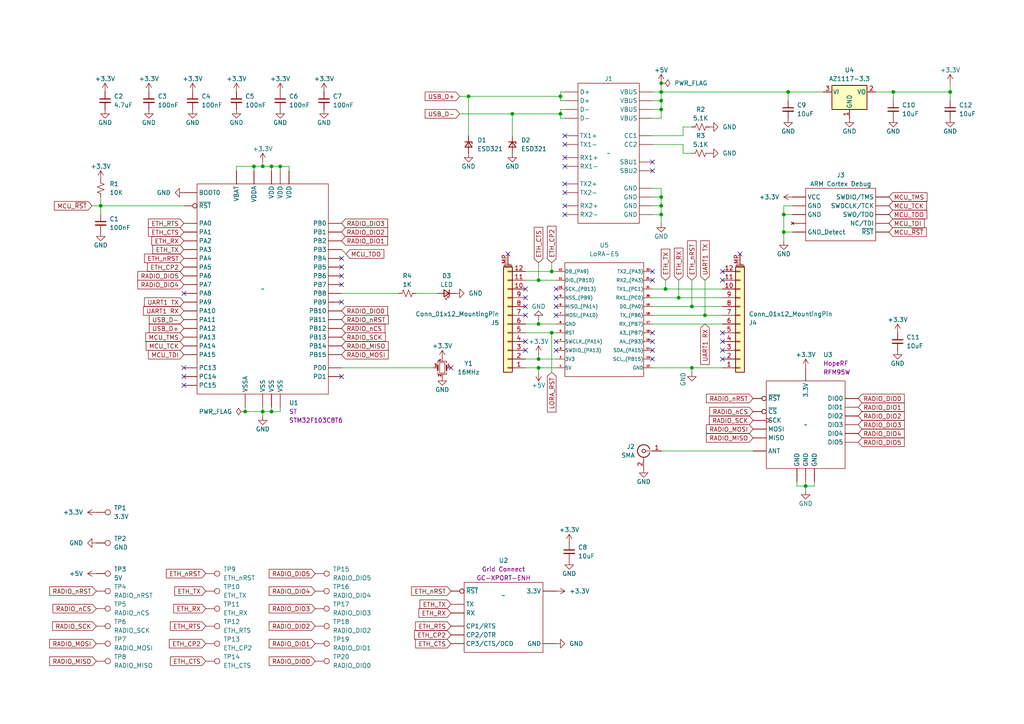
<source format=kicad_sch>
(kicad_sch (version 20250114) (generator "eeschema") (generator_version "9.0")
  (paper "A4")
  (junction (at 191.77 57.15))
  (junction (at 191.77 31.75))
  (junction (at 162.56 27.94))
  (junction (at 156.21 104.14))
  (junction (at 191.77 59.69))
  (junction (at 76.2 119.38))
  (junction (at 259.08 26.67))
  (junction (at 162.56 33.02))
  (junction (at 191.77 24.13))
  (junction (at 200.66 88.9))
  (junction (at 160.02 78.74))
  (junction (at 29.21 59.69))
  (junction (at 193.04 83.82))
  (junction (at 76.2 48.26))
  (junction (at 233.68 140.97))
  (junction (at 148.59 33.02))
  (junction (at 196.85 86.36))
  (junction (at 227.33 62.23))
  (junction (at 228.6 26.67))
  (junction (at 160.02 96.52))
  (junction (at 191.77 29.21))
  (junction (at 71.12 119.38))
  (junction (at 156.21 81.28))
  (junction (at 200.66 106.68))
  (junction (at 204.47 91.44))
  (junction (at 78.74 119.38))
  (junction (at 275.59 26.67))
  (junction (at 135.89 27.94))
  (junction (at 81.28 48.26))
  (junction (at 156.21 93.98))
  (junction (at 191.77 62.23))
  (junction (at 73.66 48.26))
  (junction (at 78.74 48.26))
  (junction (at 156.21 106.68))
  (junction (at 227.33 67.31))
  (junction (at 191.77 26.67))
  (no_connect (at 163.83 62.23))
  (no_connect (at 147.32 73.66))
  (no_connect (at 163.83 59.69))
  (no_connect (at 161.29 88.9))
  (no_connect (at 161.29 99.06))
  (no_connect (at 189.23 81.28))
  (no_connect (at 152.4 83.82))
  (no_connect (at 214.63 73.66))
  (no_connect (at 53.34 106.68))
  (no_connect (at 152.4 88.9))
  (no_connect (at 209.55 99.06))
  (no_connect (at 189.23 49.53))
  (no_connect (at 209.55 101.6))
  (no_connect (at 53.34 109.22))
  (no_connect (at 53.34 85.09))
  (no_connect (at 209.55 96.52))
  (no_connect (at 163.83 53.34))
  (no_connect (at 161.29 91.44))
  (no_connect (at 152.4 86.36))
  (no_connect (at 161.29 101.6))
  (no_connect (at 53.34 111.76))
  (no_connect (at 163.83 55.88))
  (no_connect (at 163.83 48.26))
  (no_connect (at 209.55 81.28))
  (no_connect (at 152.4 101.6))
  (no_connect (at 99.06 109.22))
  (no_connect (at 99.06 82.55))
  (no_connect (at 163.83 45.72))
  (no_connect (at 99.06 87.63))
  (no_connect (at 152.4 91.44))
  (no_connect (at 189.23 101.6))
  (no_connect (at 209.55 104.14))
  (no_connect (at 99.06 77.47))
  (no_connect (at 163.83 39.37))
  (no_connect (at 209.55 78.74))
  (no_connect (at 130.81 106.68))
  (no_connect (at 161.29 83.82))
  (no_connect (at 189.23 78.74))
  (no_connect (at 152.4 99.06))
  (no_connect (at 99.06 80.01))
  (no_connect (at 161.29 86.36))
  (no_connect (at 189.23 96.52))
  (no_connect (at 99.06 74.93))
  (no_connect (at 189.23 46.99))
  (no_connect (at 189.23 104.14))
  (no_connect (at 163.83 41.91))
  (no_connect (at 189.23 99.06))
  (wire (pts (xy 76.2 119.38) (xy 76.2 120.65)))
  (wire (pts (xy 191.77 59.69) (xy 191.77 62.23)))
  (wire (pts (xy 275.59 24.13) (xy 275.59 26.67)))
  (wire (pts (xy 162.56 29.21) (xy 163.83 29.21)))
  (wire (pts (xy 200.66 88.9) (xy 200.66 81.28)))
  (wire (pts (xy 236.22 140.97) (xy 236.22 139.7)))
  (wire (pts (xy 156.21 76.2) (xy 156.21 81.28)))
  (wire (pts (xy 189.23 83.82) (xy 193.04 83.82)))
  (wire (pts (xy 76.2 46.99) (xy 76.2 48.26)))
  (wire (pts (xy 191.77 57.15) (xy 191.77 59.69)))
  (wire (pts (xy 227.33 67.31) (xy 229.87 67.31)))
  (wire (pts (xy 196.85 86.36) (xy 209.55 86.36)))
  (wire (pts (xy 152.4 81.28) (xy 156.21 81.28)))
  (wire (pts (xy 231.14 140.97) (xy 233.68 140.97)))
  (wire (pts (xy 189.23 54.61) (xy 191.77 54.61)))
  (wire (pts (xy 152.4 106.68) (xy 156.21 106.68)))
  (wire (pts (xy 228.6 26.67) (xy 228.6 29.21)))
  (wire (pts (xy 189.23 88.9) (xy 200.66 88.9)))
  (wire (pts (xy 81.28 118.11) (xy 81.28 119.38)))
  (wire (pts (xy 189.23 93.98) (xy 209.55 93.98)))
  (wire (pts (xy 233.68 139.7) (xy 233.68 140.97)))
  (wire (pts (xy 156.21 92.71) (xy 156.21 93.98)))
  (wire (pts (xy 156.21 93.98) (xy 161.29 93.98)))
  (wire (pts (xy 162.56 26.67) (xy 162.56 27.94)))
  (wire (pts (xy 160.02 96.52) (xy 161.29 96.52)))
  (wire (pts (xy 191.77 31.75) (xy 191.77 34.29)))
  (wire (pts (xy 163.83 26.67) (xy 162.56 26.67)))
  (wire (pts (xy 160.02 78.74) (xy 161.29 78.74)))
  (wire (pts (xy 191.77 62.23) (xy 191.77 64.77)))
  (wire (pts (xy 233.68 140.97) (xy 236.22 140.97)))
  (wire (pts (xy 229.87 59.69) (xy 227.33 59.69)))
  (wire (pts (xy 156.21 81.28) (xy 161.29 81.28)))
  (wire (pts (xy 76.2 118.11) (xy 76.2 119.38)))
  (wire (pts (xy 231.14 139.7) (xy 231.14 140.97)))
  (wire (pts (xy 191.77 34.29) (xy 189.23 34.29)))
  (wire (pts (xy 160.02 76.2) (xy 160.02 78.74)))
  (wire (pts (xy 162.56 34.29) (xy 163.83 34.29)))
  (wire (pts (xy 99.06 85.09) (xy 115.57 85.09)))
  (wire (pts (xy 200.66 106.68) (xy 200.66 107.95)))
  (wire (pts (xy 191.77 54.61) (xy 191.77 57.15)))
  (wire (pts (xy 68.58 48.26) (xy 73.66 48.26)))
  (wire (pts (xy 148.59 33.02) (xy 162.56 33.02)))
  (wire (pts (xy 196.85 86.36) (xy 196.85 81.28)))
  (wire (pts (xy 120.65 85.09) (xy 127 85.09)))
  (wire (pts (xy 135.89 27.94) (xy 135.89 39.37)))
  (wire (pts (xy 198.12 36.83) (xy 200.66 36.83)))
  (wire (pts (xy 227.33 62.23) (xy 227.33 67.31)))
  (wire (pts (xy 198.12 41.91) (xy 198.12 44.45)))
  (wire (pts (xy 76.2 48.26) (xy 78.74 48.26)))
  (wire (pts (xy 152.4 93.98) (xy 156.21 93.98)))
  (wire (pts (xy 152.4 96.52) (xy 160.02 96.52)))
  (wire (pts (xy 200.66 88.9) (xy 209.55 88.9)))
  (wire (pts (xy 227.33 67.31) (xy 227.33 69.85)))
  (wire (pts (xy 99.06 106.68) (xy 125.73 106.68)))
  (wire (pts (xy 71.12 118.11) (xy 71.12 119.38)))
  (wire (pts (xy 162.56 27.94) (xy 162.56 29.21)))
  (wire (pts (xy 156.21 106.68) (xy 156.21 107.95)))
  (wire (pts (xy 160.02 107.95) (xy 160.02 96.52)))
  (wire (pts (xy 68.58 49.53) (xy 68.58 48.26)))
  (wire (pts (xy 204.47 81.28) (xy 204.47 91.44)))
  (wire (pts (xy 189.23 59.69) (xy 191.77 59.69)))
  (wire (pts (xy 81.28 48.26) (xy 83.82 48.26)))
  (wire (pts (xy 156.21 106.68) (xy 161.29 106.68)))
  (wire (pts (xy 156.21 104.14) (xy 161.29 104.14)))
  (wire (pts (xy 189.23 57.15) (xy 191.77 57.15)))
  (wire (pts (xy 191.77 130.81) (xy 218.44 130.81)))
  (wire (pts (xy 78.74 118.11) (xy 78.74 119.38)))
  (wire (pts (xy 204.47 91.44) (xy 209.55 91.44)))
  (wire (pts (xy 100.33 73.66) (xy 99.06 72.39)))
  (wire (pts (xy 200.66 106.68) (xy 209.55 106.68)))
  (wire (pts (xy 189.23 39.37) (xy 198.12 39.37)))
  (wire (pts (xy 156.21 102.87) (xy 156.21 104.14)))
  (wire (pts (xy 189.23 62.23) (xy 191.77 62.23)))
  (wire (pts (xy 275.59 26.67) (xy 275.59 29.21)))
  (wire (pts (xy 133.35 33.02) (xy 148.59 33.02)))
  (wire (pts (xy 162.56 31.75) (xy 162.56 33.02)))
  (wire (pts (xy 228.6 26.67) (xy 238.76 26.67)))
  (wire (pts (xy 191.77 26.67) (xy 191.77 29.21)))
  (wire (pts (xy 83.82 48.26) (xy 83.82 49.53)))
  (wire (pts (xy 227.33 59.69) (xy 227.33 62.23)))
  (wire (pts (xy 29.21 59.69) (xy 53.34 59.69)))
  (wire (pts (xy 148.59 33.02) (xy 148.59 39.37)))
  (wire (pts (xy 189.23 29.21) (xy 191.77 29.21)))
  (wire (pts (xy 233.68 140.97) (xy 233.68 142.24)))
  (wire (pts (xy 191.77 26.67) (xy 228.6 26.67)))
  (wire (pts (xy 204.47 91.44) (xy 189.23 91.44)))
  (wire (pts (xy 191.77 29.21) (xy 191.77 31.75)))
  (wire (pts (xy 81.28 48.26) (xy 81.28 49.53)))
  (wire (pts (xy 189.23 86.36) (xy 196.85 86.36)))
  (wire (pts (xy 198.12 39.37) (xy 198.12 36.83)))
  (wire (pts (xy 163.83 31.75) (xy 162.56 31.75)))
  (wire (pts (xy 189.23 41.91) (xy 198.12 41.91)))
  (wire (pts (xy 259.08 26.67) (xy 275.59 26.67)))
  (wire (pts (xy 29.21 59.69) (xy 29.21 62.23)))
  (wire (pts (xy 191.77 24.13) (xy 191.77 26.67)))
  (wire (pts (xy 78.74 119.38) (xy 81.28 119.38)))
  (wire (pts (xy 193.04 83.82) (xy 193.04 81.28)))
  (wire (pts (xy 227.33 62.23) (xy 229.87 62.23)))
  (wire (pts (xy 189.23 26.67) (xy 191.77 26.67)))
  (wire (pts (xy 193.04 83.82) (xy 209.55 83.82)))
  (wire (pts (xy 78.74 48.26) (xy 78.74 49.53)))
  (wire (pts (xy 78.74 48.26) (xy 81.28 48.26)))
  (wire (pts (xy 135.89 27.94) (xy 162.56 27.94)))
  (wire (pts (xy 259.08 26.67) (xy 259.08 29.21)))
  (wire (pts (xy 152.4 78.74) (xy 160.02 78.74)))
  (wire (pts (xy 189.23 31.75) (xy 191.77 31.75)))
  (wire (pts (xy 73.66 48.26) (xy 73.66 49.53)))
  (wire (pts (xy 76.2 119.38) (xy 78.74 119.38)))
  (wire (pts (xy 198.12 44.45) (xy 200.66 44.45)))
  (wire (pts (xy 133.35 27.94) (xy 135.89 27.94)))
  (wire (pts (xy 189.23 106.68) (xy 200.66 106.68)))
  (wire (pts (xy 73.66 48.26) (xy 76.2 48.26)))
  (wire (pts (xy 26.67 59.69) (xy 29.21 59.69)))
  (wire (pts (xy 254 26.67) (xy 259.08 26.67)))
  (wire (pts (xy 29.21 57.15) (xy 29.21 59.69)))
  (wire (pts (xy 152.4 104.14) (xy 156.21 104.14)))
  (wire (pts (xy 71.12 119.38) (xy 76.2 119.38)))
  (wire (pts (xy 162.56 33.02) (xy 162.56 34.29)))
  (global_label "USB_D+" (shape input) (at 133.35 27.94 180) (property "Intersheetrefs" "${INTERSHEET_REFS}" (effects (hide yes))))
  (global_label "ETH_RX" (shape input) (at 53.34 69.85 180) (property "Intersheetrefs" "${INTERSHEET_REFS}" (effects (hide yes))))
  (global_label "RADIO_MISO" (shape input) (at 218.44 127 180) (property "Intersheetrefs" "${INTERSHEET_REFS}" (effects (hide yes))))
  (global_label "ETH_RTS" (shape input) (at 59.69 181.61 180) (property "Intersheetrefs" "${INTERSHEET_REFS}" (effects (hide yes))))
  (global_label "RADIO_DIO4" (shape input) (at 53.34 82.55 180) (property "Intersheetrefs" "${INTERSHEET_REFS}" (effects (hide yes))))
  (global_label "RADIO_DIO0" (shape input) (at 99.06 90.17 0) (property "Intersheetrefs" "${INTERSHEET_REFS}" (effects (hide yes))))
  (global_label "RADIO_DIO3" (shape input) (at 99.06 64.77 0) (property "Intersheetrefs" "${INTERSHEET_REFS}" (effects (hide yes))))
  (global_label "RADIO_DIO0" (shape input) (at 248.92 115.57 0) (property "Intersheetrefs" "${INTERSHEET_REFS}" (effects (hide yes))))
  (global_label "ETH_RX" (shape input) (at 196.85 81.28 90) (property "Intersheetrefs" "${INTERSHEET_REFS}" (effects (hide yes))))
  (global_label "ETH_CP2" (shape input) (at 53.34 77.47 180) (property "Intersheetrefs" "${INTERSHEET_REFS}" (effects (hide yes))))
  (global_label "RADIO_nCS" (shape input) (at 99.06 95.25 0) (property "Intersheetrefs" "${INTERSHEET_REFS}" (effects (hide yes))))
  (global_label "LORA_RST" (shape input) (at 160.02 107.95 270) (property "Intersheetrefs" "${INTERSHEET_REFS}" (effects (hide yes))))
  (global_label "ETH_nRST" (shape input) (at 53.34 74.93 180) (property "Intersheetrefs" "${INTERSHEET_REFS}" (effects (hide yes))))
  (global_label "RADIO_SCK" (shape input) (at 27.94 181.61 180) (property "Intersheetrefs" "${INTERSHEET_REFS}" (effects (hide yes))))
  (global_label "RADIO_DIO5" (shape input) (at 248.92 128.27 0) (property "Intersheetrefs" "${INTERSHEET_REFS}" (effects (hide yes))))
  (global_label "ETH_CTS" (shape input) (at 59.69 191.77 180) (property "Intersheetrefs" "${INTERSHEET_REFS}" (effects (hide yes))))
  (global_label "RADIO_DIO5" (shape input) (at 91.44 166.37 180) (property "Intersheetrefs" "${INTERSHEET_REFS}" (effects (hide yes))))
  (global_label "USB_D-" (shape input) (at 53.34 92.71 180) (property "Intersheetrefs" "${INTERSHEET_REFS}" (effects (hide yes))))
  (global_label "ETH_RTS" (shape input) (at 53.34 64.77 180) (property "Intersheetrefs" "${INTERSHEET_REFS}" (effects (hide yes))))
  (global_label "ETH_RX" (shape input) (at 130.81 177.8 180) (property "Intersheetrefs" "${INTERSHEET_REFS}" (effects (hide yes))))
  (global_label "RADIO_DIO2" (shape input) (at 248.92 120.65 0) (property "Intersheetrefs" "${INTERSHEET_REFS}" (effects (hide yes))))
  (global_label "RADIO_MOSI" (shape input) (at 27.94 186.69 180) (property "Intersheetrefs" "${INTERSHEET_REFS}" (effects (hide yes))))
  (global_label "MCU_TDI" (shape input) (at 53.34 102.87 180) (property "Intersheetrefs" "${INTERSHEET_REFS}" (effects (hide yes))))
  (global_label "RADIO_nRST" (shape input) (at 99.06 92.71 0) (property "Intersheetrefs" "${INTERSHEET_REFS}" (effects (hide yes))))
  (global_label "RADIO_DIO3" (shape input) (at 248.92 123.19 0) (property "Intersheetrefs" "${INTERSHEET_REFS}" (effects (hide yes))))
  (global_label "ETH_TX" (shape input) (at 53.34 72.39 180) (property "Intersheetrefs" "${INTERSHEET_REFS}" (effects (hide yes))))
  (global_label "ETH_nRST" (shape input) (at 130.81 171.45 180) (property "Intersheetrefs" "${INTERSHEET_REFS}" (effects (hide yes))))
  (global_label "ETH_CTS" (shape input) (at 130.81 186.69 180) (property "Intersheetrefs" "${INTERSHEET_REFS}" (effects (hide yes))))
  (global_label "ETH_CTS" (shape input) (at 53.34 67.31 180) (property "Intersheetrefs" "${INTERSHEET_REFS}" (effects (hide yes))))
  (global_label "MCU_TDO" (shape input) (at 100.33 73.66 0) (property "Intersheetrefs" "${INTERSHEET_REFS}" (effects (hide yes))))
  (global_label "ETH_nRST" (shape input) (at 59.69 166.37 180) (property "Intersheetrefs" "${INTERSHEET_REFS}" (effects (hide yes))))
  (global_label "MCU_~{RST}" (shape input) (at 26.67 59.69 180) (property "Intersheetrefs" "${INTERSHEET_REFS}" (effects (hide yes))))
  (global_label "RADIO_DIO3" (shape input) (at 91.44 176.53 180) (property "Intersheetrefs" "${INTERSHEET_REFS}" (effects (hide yes))))
  (global_label "USB_D+" (shape input) (at 53.34 95.25 180) (property "Intersheetrefs" "${INTERSHEET_REFS}" (effects (hide yes))))
  (global_label "MCU_TCK" (shape input) (at 257.81 59.69 0) (property "Intersheetrefs" "${INTERSHEET_REFS}" (effects (hide yes))))
  (global_label "RADIO_nCS" (shape input) (at 218.44 119.38 180) (property "Intersheetrefs" "${INTERSHEET_REFS}" (effects (hide yes))))
  (global_label "RADIO_MISO" (shape input) (at 27.94 191.77 180) (property "Intersheetrefs" "${INTERSHEET_REFS}" (effects (hide yes))))
  (global_label "RADIO_MOSI" (shape input) (at 218.44 124.46 180) (property "Intersheetrefs" "${INTERSHEET_REFS}" (effects (hide yes))))
  (global_label "RADIO_MISO" (shape input) (at 99.06 100.33 0) (property "Intersheetrefs" "${INTERSHEET_REFS}" (effects (hide yes))))
  (global_label "ETH_CP2" (shape input) (at 130.81 184.15 180) (property "Intersheetrefs" "${INTERSHEET_REFS}" (effects (hide yes))))
  (global_label "RADIO_DIO5" (shape input) (at 53.34 80.01 180) (property "Intersheetrefs" "${INTERSHEET_REFS}" (effects (hide yes))))
  (global_label "RADIO_DIO2" (shape input) (at 91.44 181.61 180) (property "Intersheetrefs" "${INTERSHEET_REFS}" (effects (hide yes))))
  (global_label "MCU_TMS" (shape input) (at 257.81 57.15 0) (property "Intersheetrefs" "${INTERSHEET_REFS}" (effects (hide yes))))
  (global_label "ETH_nRST" (shape input) (at 200.66 81.28 90) (property "Intersheetrefs" "${INTERSHEET_REFS}" (effects (hide yes))))
  (global_label "UART1 TX" (shape input) (at 204.47 81.28 90) (property "Intersheetrefs" "${INTERSHEET_REFS}" (effects (hide yes))))
  (global_label "MCU_~{RST}" (shape input) (at 257.81 67.31 0) (property "Intersheetrefs" "${INTERSHEET_REFS}" (effects (hide yes))))
  (global_label "USB_D-" (shape input) (at 133.35 33.02 180) (property "Intersheetrefs" "${INTERSHEET_REFS}" (effects (hide yes))))
  (global_label "RADIO_DIO2" (shape input) (at 99.06 67.31 0) (property "Intersheetrefs" "${INTERSHEET_REFS}" (effects (hide yes))))
  (global_label "ETH_CTS" (shape input) (at 156.21 76.2 90) (property "Intersheetrefs" "${INTERSHEET_REFS}" (effects (hide yes))))
  (global_label "MCU_TDI" (shape input) (at 257.81 64.77 0) (property "Intersheetrefs" "${INTERSHEET_REFS}" (effects (hide yes))))
  (global_label "RADIO_SCK" (shape input) (at 218.44 121.92 180) (property "Intersheetrefs" "${INTERSHEET_REFS}" (effects (hide yes))))
  (global_label "RADIO_MOSI" (shape input) (at 99.06 102.87 0) (property "Intersheetrefs" "${INTERSHEET_REFS}" (effects (hide yes))))
  (global_label "UART1 TX" (shape input) (at 53.34 87.63 180) (property "Intersheetrefs" "${INTERSHEET_REFS}" (effects (hide yes))))
  (global_label "RADIO_nRST" (shape input) (at 218.44 115.57 180) (property "Intersheetrefs" "${INTERSHEET_REFS}" (effects (hide yes))))
  (global_label "MCU_TCK" (shape input) (at 53.34 100.33 180) (property "Intersheetrefs" "${INTERSHEET_REFS}" (effects (hide yes))))
  (global_label "ETH_RTS" (shape input) (at 130.81 181.61 180) (property "Intersheetrefs" "${INTERSHEET_REFS}" (effects (hide yes))))
  (global_label "RADIO_DIO0" (shape input) (at 91.44 191.77 180) (property "Intersheetrefs" "${INTERSHEET_REFS}" (effects (hide yes))))
  (global_label "UART1 RX" (shape input) (at 53.34 90.17 180) (property "Intersheetrefs" "${INTERSHEET_REFS}" (effects (hide yes))))
  (global_label "RADIO_DIO4" (shape input) (at 91.44 171.45 180) (property "Intersheetrefs" "${INTERSHEET_REFS}" (effects (hide yes))))
  (global_label "RADIO_DIO1" (shape input) (at 91.44 186.69 180) (property "Intersheetrefs" "${INTERSHEET_REFS}" (effects (hide yes))))
  (global_label "ETH_CP2" (shape input) (at 160.02 76.2 90) (property "Intersheetrefs" "${INTERSHEET_REFS}" (effects (hide yes))))
  (global_label "RADIO_SCK" (shape input) (at 99.06 97.79 0) (property "Intersheetrefs" "${INTERSHEET_REFS}" (effects (hide yes))))
  (global_label "MCU_TDO" (shape input) (at 257.81 62.23 0) (property "Intersheetrefs" "${INTERSHEET_REFS}" (effects (hide yes))))
  (global_label "RADIO_DIO1" (shape input) (at 248.92 118.11 0) (property "Intersheetrefs" "${INTERSHEET_REFS}" (effects (hide yes))))
  (global_label "RADIO_DIO4" (shape input) (at 248.92 125.73 0) (property "Intersheetrefs" "${INTERSHEET_REFS}" (effects (hide yes))))
  (global_label "MCU_TMS" (shape input) (at 53.34 97.79 180) (property "Intersheetrefs" "${INTERSHEET_REFS}" (effects (hide yes))))
  (global_label "RADIO_nCS" (shape input) (at 27.94 176.53 180) (property "Intersheetrefs" "${INTERSHEET_REFS}" (effects (hide yes))))
  (global_label "ETH_TX" (shape input) (at 193.04 81.28 90) (property "Intersheetrefs" "${INTERSHEET_REFS}" (effects (hide yes))))
  (global_label "RADIO_nRST" (shape input) (at 27.94 171.45 180) (property "Intersheetrefs" "${INTERSHEET_REFS}" (effects (hide yes))))
  (global_label "ETH_TX" (shape input) (at 130.81 175.26 180) (property "Intersheetrefs" "${INTERSHEET_REFS}" (effects (hide yes))))
  (global_label "ETH_CP2" (shape input) (at 59.69 186.69 180) (property "Intersheetrefs" "${INTERSHEET_REFS}" (effects (hide yes))))
  (global_label "ETH_TX" (shape input) (at 59.69 171.45 180) (property "Intersheetrefs" "${INTERSHEET_REFS}" (effects (hide yes))))
  (global_label "UART1 RX" (shape input) (at 204.47 93.98 270) (property "Intersheetrefs" "${INTERSHEET_REFS}" (effects (hide yes))))
  (global_label "ETH_RX" (shape input) (at 59.69 176.53 180) (property "Intersheetrefs" "${INTERSHEET_REFS}" (effects (hide yes))))
  (global_label "RADIO_DIO1" (shape input) (at 99.06 69.85 0) (property "Intersheetrefs" "${INTERSHEET_REFS}" (effects (hide yes))))
  (symbol (lib_id "Device:C_Small") (at 93.98 29.21 0) (unit 1)
    (property "Reference" "C7" (at 96.52 27.94 0) (effects (justify left)))
    (property "Value" "100nF" (at 96.52 30.4863 0) (effects (justify left)))
    (property "Footprint" "Capacitor_SMD:C_0603_1608Metric" (effects (hide yes)))
    (property "Description" "Unpolarized capacitor, small symbol" (effects (hide yes)))
    (property "Manufacturer" "Generic" (effects (hide yes)))
    (property "Part #" "Generic 0603 100nF 6.3V X7R MLCC" (effects (hide yes)))
  )
  (symbol (lib_id "power:GND") (at 132.08 85.09 90) (unit 1)
    (property "Reference" "#PWR045" (effects (hide yes)))
    (property "Value" "GND" (at 135.89 85.09 90) (effects (justify right)))
    (property "Description" "Power symbol creates a global label with name \"GND\" , ground" (effects (hide yes)))
  )
  (symbol (lib_id "power:+3.3V") (at 76.2 46.99 0) (unit 1)
    (property "Reference" "#PWR014" (effects (hide yes)))
    (property "Value" "+3.3V" (at 76.2 43.18 0))
    (property "Description" "Power symbol creates a global label with name \"+3.3V\"" (effects (hide yes)))
  )
  (symbol (lib_id "Device:C_Small") (at 68.58 29.21 0) (unit 1)
    (property "Reference" "C5" (at 71.12 27.94 0) (effects (justify left)))
    (property "Value" "100nF" (at 71.12 30.4863 0) (effects (justify left)))
    (property "Footprint" "Capacitor_SMD:C_0603_1608Metric" (effects (hide yes)))
    (property "Description" "Unpolarized capacitor, small symbol" (effects (hide yes)))
    (property "Manufacturer" "Generic" (effects (hide yes)))
    (property "Part #" "Generic 0603 100nF 6.3V X7R MLCC" (effects (hide yes)))
  )
  (symbol (lib_id "Connector_Generic_MountingPin:Conn_01x12_MountingPin") (at 214.63 93.98 0) (mirror x) (unit 1)
    (property "Reference" "J4" (at 217.17 93.6245 0) (effects (justify left)))
    (property "Value" "Conn_01x12_MountingPin" (at 217.17 91.0845 0) (effects (justify left)))
    (property "Description" "Generic connectable mounting pin connector, single row, 01x12, script generated (kicad-library-utils/schlib/autogen/connector/)" (effects (hide yes)))
  )
  (symbol (lib_id "power:+3.3V") (at 81.28 26.67 0) (unit 1)
    (property "Reference" "#PWR016" (effects (hide yes)))
    (property "Value" "+3.3V" (at 81.28 22.86 0))
    (property "Description" "Power symbol creates a global label with name \"+3.3V\"" (effects (hide yes)))
  )
  (symbol (lib_id "power:GND") (at 200.66 107.95 0) (unit 1)
    (property "Reference" "#PWR048" (effects (hide yes)))
    (property "Value" "GND" (at 198.12 107.95 90) (effects (justify right)))
    (property "Description" "Power symbol creates a global label with name \"GND\" , ground" (effects (hide yes)))
  )
  (symbol (lib_id "power:GND") (at 156.21 92.71 180) (unit 1)
    (property "Reference" "#PWR047" (effects (hide yes)))
    (property "Value" "GND" (at 156.21 88.9 0))
    (property "Description" "Power symbol creates a global label with name \"GND\" , ground" (effects (hide yes)))
  )
  (symbol (lib_id "power:GND") (at 275.59 34.29 0) (unit 1)
    (property "Reference" "#PWR042" (effects (hide yes)))
    (property "Value" "GND" (at 275.59 38.1 0))
    (property "Description" "Power symbol creates a global label with name \"GND\" , ground" (effects (hide yes)))
  )
  (symbol (lib_id "Connector:TestPoint") (at 27.94 171.45 270) (unit 1)
    (property "Reference" "TP4" (at 33.02 170.18 90) (effects (justify left)))
    (property "Value" "RADIO_nRST" (at 33.02 172.72 90) (effects (justify left)))
    (property "Footprint" "TestPoint:TestPoint_Pad_D1.0mm" (effects (hide yes)))
    (property "Description" "test point" (effects (hide yes)))
  )
  (symbol (lib_id "Device:C_Small") (at 275.59 31.75 0) (unit 1)
    (property "Reference" "C12" (at 278.13 30.48 0) (effects (justify left)))
    (property "Value" "10uF" (at 278.13 33.0263 0) (effects (justify left)))
    (property "Footprint" "Capacitor_SMD:C_0603_1608Metric" (effects (hide yes)))
    (property "Description" "Unpolarized capacitor, small symbol" (effects (hide yes)))
    (property "Manufacturer" "Generic" (effects (hide yes)))
    (property "Part #" "Generic 0603 10uF 6.3V X7R MLCC" (effects (hide yes)))
  )
  (symbol (lib_id "Regulator_Linear:AZ1117-3.3") (at 246.38 26.67 0) (unit 1)
    (property "Reference" "U4" (at 246.38 20.32 0))
    (property "Value" "AZ1117-3.3" (at 246.38 22.86 0))
    (property "Footprint" "Package_TO_SOT_SMD:SOT-223-3_TabPin2" (effects (hide yes)))
    (property "Datasheet" "https://www.diodes.com/assets/Datasheets/AZ1117.pdf" (effects (hide yes)))
    (property "Description" "1A 20V Fixed LDO Linear Regulator, 3.3V, SOT-89/SOT-223/TO-220/TO-252/TO-263" (effects (hide yes)))
    (property "Manufacturer" "Diodes" (effects (hide yes)))
    (property "Part #" "AZ1117IH-3.3TRG1" (effects (hide yes)))
  )
  (symbol (lib_id "Device:C_Small") (at 260.35 99.06 0) (unit 1)
    (property "Reference" "C11" (at 262.89 97.79 0) (effects (justify left)))
    (property "Value" "10uF" (at 262.89 100.3363 0) (effects (justify left)))
    (property "Footprint" "Capacitor_SMD:C_0603_1608Metric" (effects (hide yes)))
    (property "Description" "Unpolarized capacitor, small symbol" (effects (hide yes)))
    (property "Manufacturer" "Generic" (effects (hide yes)))
    (property "Part #" "Generic 0603 10uF 6.3V X7R MLCC" (effects (hide yes)))
  )
  (symbol (lib_id "power:+3.3V") (at 93.98 26.67 0) (unit 1)
    (property "Reference" "#PWR018" (effects (hide yes)))
    (property "Value" "+3.3V" (at 93.98 22.86 0))
    (property "Description" "Power symbol creates a global label with name \"+3.3V\"" (effects (hide yes)))
  )
  (symbol (lib_id "Connector:TestPoint") (at 59.69 186.69 270) (unit 1)
    (property "Reference" "TP13" (at 64.77 185.42 90) (effects (justify left)))
    (property "Value" "ETH_CP2" (at 64.77 187.96 90) (effects (justify left)))
    (property "Footprint" "TestPoint:TestPoint_Pad_D1.0mm" (effects (hide yes)))
    (property "Description" "test point" (effects (hide yes)))
  )
  (symbol (lib_id "Device:R_Small_US") (at 203.2 36.83 90) (unit 1)
    (property "Reference" "R2" (at 203.2 31.75 90))
    (property "Value" "5.1K" (at 203.2 34.29 90))
    (property "Footprint" "Resistor_SMD:R_0603_1608Metric" (effects (hide yes)))
    (property "Description" "Resistor, small US symbol" (effects (hide yes)))
    (property "Part #" "Generic 0603 5.1K 1% Resistor" (effects (hide yes)))
    (property "Manufacturer" "Generic" (effects (hide yes)))
  )
  (symbol (lib_id "power:GND") (at 81.28 31.75 0) (unit 1)
    (property "Reference" "#PWR017" (effects (hide yes)))
    (property "Value" "GND" (at 81.28 35.56 0))
    (property "Description" "Power symbol creates a global label with name \"GND\" , ground" (effects (hide yes)))
  )
  (symbol (lib_id "Connector:TestPoint") (at 91.44 171.45 270) (unit 1)
    (property "Reference" "TP16" (at 96.52 170.18 90) (effects (justify left)))
    (property "Value" "RADIO_DIO4" (at 96.52 172.72 90) (effects (justify left)))
    (property "Footprint" "TestPoint:TestPoint_Pad_D1.0mm" (effects (hide yes)))
    (property "Description" "test point" (effects (hide yes)))
  )
  (symbol (lib_id "power:+5V") (at 27.94 166.37 90) (unit 1)
    (property "Reference" "#PWR044" (effects (hide yes)))
    (property "Value" "+5V" (at 24.13 166.37 90) (effects (justify left)))
    (property "Description" "Power symbol creates a global label with name \"+5V\"" (effects (hide yes)))
  )
  (symbol (lib_id "Device:LED_Small") (at 129.54 85.09 180) (unit 1)
    (property "Reference" "D3" (at 129.54 80.01 0))
    (property "Value" "LED" (at 129.54 82.55 0))
    (property "Footprint" "Diode_SMD:D_0603_1608Metric" (effects (hide yes)))
    (property "Description" "Light emitting diode, small symbol" (effects (hide yes)))
    (property "Manufacturer" "Generic" (effects (hide yes)))
    (property "Part #" "Generic 0603 Red LED" (effects (hide yes)))
    (property "Sim.Pin" "1=K 2=A" (effects (hide yes)))
  )
  (symbol (lib_id "power:+3.3V") (at 233.68 106.68 0) (unit 1)
    (property "Reference" "#PWR035" (effects (hide yes)))
    (property "Value" "+3.3V" (at 233.68 102.87 0))
    (property "Description" "Power symbol creates a global label with name \"+3.3V\"" (effects (hide yes)))
  )
  (symbol (lib_id "Connector:TestPoint") (at 59.69 181.61 270) (unit 1)
    (property "Reference" "TP12" (at 64.77 180.34 90) (effects (justify left)))
    (property "Value" "ETH_RTS" (at 64.77 182.88 90) (effects (justify left)))
    (property "Footprint" "TestPoint:TestPoint_Pad_D1.0mm" (effects (hide yes)))
    (property "Description" "test point" (effects (hide yes)))
  )
  (symbol (lib_id "power:+3.3V") (at 161.29 171.45 270) (unit 1)
    (property "Reference" "#PWR024" (effects (hide yes)))
    (property "Value" "+3.3V" (at 165.1 171.45 90) (effects (justify left)))
    (property "Description" "Power symbol creates a global label with name \"+3.3V\"" (effects (hide yes)))
  )
  (symbol (lib_id "power:+3.3V") (at 275.59 24.13 0) (unit 1)
    (property "Reference" "#PWR041" (effects (hide yes)))
    (property "Value" "+3.3V" (at 275.59 20.32 0))
    (property "Description" "Power symbol creates a global label with name \"+3.3V\"" (effects (hide yes)))
  )
  (symbol (lib_id "power:GND") (at 29.21 67.31 0) (unit 1)
    (property "Reference" "#PWR04" (effects (hide yes)))
    (property "Value" "GND" (at 29.21 71.12 0))
    (property "Description" "Power symbol creates a global label with name \"GND\" , ground" (effects (hide yes)))
  )
  (symbol (lib_id "power:GND") (at 259.08 34.29 0) (unit 1)
    (property "Reference" "#PWR038" (effects (hide yes)))
    (property "Value" "GND" (at 259.08 38.1 0))
    (property "Description" "Power symbol creates a global label with name \"GND\" , ground" (effects (hide yes)))
  )
  (symbol (lib_id "power:+3.3V") (at 229.87 57.15 90) (unit 1)
    (property "Reference" "#PWR034" (effects (hide yes)))
    (property "Value" "+3.3V" (at 226.06 57.15 90) (effects (justify left)))
    (property "Description" "Power symbol creates a global label with name \"+3.3V\"" (effects (hide yes)))
  )
  (symbol (lib_id "power:GND") (at 246.38 34.29 0) (unit 1)
    (property "Reference" "#PWR037" (effects (hide yes)))
    (property "Value" "GND" (at 246.38 38.1 0))
    (property "Description" "Power symbol creates a global label with name \"GND\" , ground" (effects (hide yes)))
  )
  (symbol (lib_id "Device:Crystal_GND24_Small") (at 128.27 106.68 0) (mirror y) (unit 1)
    (property "Reference" "Y1" (at 135.89 105.41 0))
    (property "Value" "16MHz" (at 135.89 107.95 0))
    (property "Footprint" "Crystal:Crystal_SMD_2520-4Pin_2.5x2.0mm" (effects (hide yes)))
    (property "Description" "Four pin crystal, GND on pins 2 and 4, small symbol" (effects (hide yes)))
    (property "Manufacturer" "ECS" (effects (hide yes)))
    (property "Part #" "ECS-2520MV-160-CN" (effects (hide yes)))
  )
  (symbol (lib_id "power:GND") (at 205.74 36.83 90) (unit 1)
    (property "Reference" "#PWR030" (effects (hide yes)))
    (property "Value" "GND" (at 209.55 36.83 90) (effects (justify right)))
    (property "Description" "Power symbol creates a global label with name \"GND\" , ground" (effects (hide yes)))
  )
  (symbol (lib_id "Device:C_Small") (at 81.28 29.21 0) (unit 1)
    (property "Reference" "C6" (at 83.82 27.94 0) (effects (justify left)))
    (property "Value" "100nF" (at 83.82 30.4863 0) (effects (justify left)))
    (property "Footprint" "Capacitor_SMD:C_0603_1608Metric" (effects (hide yes)))
    (property "Description" "Unpolarized capacitor, small symbol" (effects (hide yes)))
    (property "Manufacturer" "Generic" (effects (hide yes)))
    (property "Part #" "Generic 0603 100nF 6.3V X7R MLCC" (effects (hide yes)))
  )
  (symbol (lib_id "Connector:TestPoint") (at 59.69 171.45 270) (unit 1)
    (property "Reference" "TP10" (at 64.77 170.18 90) (effects (justify left)))
    (property "Value" "ETH_TX" (at 64.77 172.72 90) (effects (justify left)))
    (property "Footprint" "TestPoint:TestPoint_Pad_D1.0mm" (effects (hide yes)))
    (property "Description" "test point" (effects (hide yes)))
  )
  (symbol (lib_id "power:+5V") (at 156.21 107.95 180) (unit 1)
    (property "Reference" "#PWR049" (effects (hide yes)))
    (property "Value" "+5V" (at 156.21 111.76 0))
    (property "Description" "Power symbol creates a global label with name \"+5V\"" (effects (hide yes)))
  )
  (symbol (lib_id "power:GND") (at 148.59 44.45 0) (unit 1)
    (property "Reference" "#PWR023" (effects (hide yes)))
    (property "Value" "GND" (at 148.59 48.26 0))
    (property "Description" "Power symbol creates a global label with name \"GND\" , ground" (effects (hide yes)))
  )
  (symbol (lib_id "UCIRP-KiCAD-Lib:GC-XPORT") (at 146.05 179.07 0) (unit 1)
    (property "Reference" "U2" (at 146.05 162.56 0))
    (property "Value" "~" (at 146.05 172.72 0))
    (property "Footprint" "UCIRP-KiCAD-Lib:GC-XPORT" (effects (hide yes)))
    (property "Datasheet" "https://gridconnect.box.com/shared/static/bu8k99agcgg8gspnja0ca8w7647gfghh.pdf" (effects (hide yes)))
    (property "Manufacturer" "Grid Connect" (at 146.05 165.1 0))
    (property "Part #" "GC-XPORT-ENH" (at 146.05 167.64 0))
  )
  (symbol (lib_id "Connector:TestPoint") (at 59.69 176.53 270) (unit 1)
    (property "Reference" "TP11" (at 64.77 175.26 90) (effects (justify left)))
    (property "Value" "ETH_RX" (at 64.77 177.8 90) (effects (justify left)))
    (property "Footprint" "TestPoint:TestPoint_Pad_D1.0mm" (effects (hide yes)))
    (property "Description" "test point" (effects (hide yes)))
  )
  (symbol (lib_id "power:GND") (at 128.27 109.22 0) (unit 1)
    (property "Reference" "#PWR021" (effects (hide yes)))
    (property "Value" "GND" (at 128.27 113.03 0))
    (property "Description" "Power symbol creates a global label with name \"GND\" , ground" (effects (hide yes)))
  )
  (symbol (lib_id "power:+3.3V") (at 27.94 148.59 90) (unit 1)
    (property "Reference" "#PWR01" (effects (hide yes)))
    (property "Value" "+3.3V" (at 24.13 148.59 90) (effects (justify left)))
    (property "Description" "Power symbol creates a global label with name \"+3.3V\"" (effects (hide yes)))
  )
  (symbol (lib_id "UCIRP-KiCAD-Lib:RFM95W") (at 233.68 123.19 0) (unit 1)
    (property "Reference" "U3" (at 238.76 102.87 0) (effects (justify left)))
    (property "Value" "~" (at 233.68 123.19 0))
    (property "Footprint" "UCIRP-KiCAD-Lib:RFM95W" (effects (hide yes)))
    (property "Datasheet" "https://cdn.sparkfun.com/assets/learn_tutorials/8/0/4/RFM95_96_97_98W.pdf" (effects (hide yes)))
    (property "Manufacturer" "HopeRF" (at 238.76 105.41 0) (effects (justify left)))
    (property "Part #" "RFM95W" (at 238.76 107.95 0) (effects (justify left)))
  )
  (symbol (lib_id "power:GND") (at 30.48 31.75 0) (unit 1)
    (property "Reference" "#PWR06" (effects (hide yes)))
    (property "Value" "GND" (at 30.48 35.56 0))
    (property "Description" "Power symbol creates a global label with name \"GND\" , ground" (effects (hide yes)))
  )
  (symbol (lib_id "UCIRP-KiCAD-Lib:STM32F103C8T6") (at 76.2 83.82 0) (unit 1)
    (property "Reference" "U1" (at 83.82 116.84 0) (effects (justify left)))
    (property "Value" "~" (at 76.2 83.82 0))
    (property "Footprint" "Package_QFP:LQFP-48_7x7mm_P0.5mm" (effects (hide yes)))
    (property "Datasheet" "https://www.st.com/resource/en/datasheet/stm32f103cb.pdf" (effects (hide yes)))
    (property "Manufacturer" "ST" (at 83.82 119.38 0) (effects (justify left)))
    (property "Part #" "STM32F103C8T6" (at 83.82 121.92 0) (effects (justify left)))
  )
  (symbol (lib_id "Connector:TestPoint") (at 91.44 191.77 270) (unit 1)
    (property "Reference" "TP20" (at 96.52 190.5 90) (effects (justify left)))
    (property "Value" "RADIO_DIO0" (at 96.52 193.04 90) (effects (justify left)))
    (property "Footprint" "TestPoint:TestPoint_Pad_D1.0mm" (effects (hide yes)))
    (property "Description" "test point" (effects (hide yes)))
  )
  (symbol (lib_id "power:GND") (at 27.94 157.48 270) (unit 1)
    (property "Reference" "#PWR02" (effects (hide yes)))
    (property "Value" "GND" (at 24.13 157.48 90) (effects (justify right)))
    (property "Description" "Power symbol creates a global label with name \"GND\" , ground" (effects (hide yes)))
  )
  (symbol (lib_id "Connector:TestPoint") (at 27.94 181.61 270) (unit 1)
    (property "Reference" "TP6" (at 33.02 180.34 90) (effects (justify left)))
    (property "Value" "RADIO_SCK" (at 33.02 182.88 90) (effects (justify left)))
    (property "Footprint" "TestPoint:TestPoint_Pad_D1.0mm" (effects (hide yes)))
    (property "Description" "test point" (effects (hide yes)))
  )
  (symbol (lib_id "Connector:TestPoint") (at 91.44 166.37 270) (unit 1)
    (property "Reference" "TP15" (at 96.52 165.1 90) (effects (justify left)))
    (property "Value" "RADIO_DIO5" (at 96.52 167.64 90) (effects (justify left)))
    (property "Footprint" "TestPoint:TestPoint_Pad_D1.0mm" (effects (hide yes)))
    (property "Description" "test point" (effects (hide yes)))
  )
  (symbol (lib_id "Device:R_Small_US") (at 118.11 85.09 90) (unit 1)
    (property "Reference" "R4" (at 118.11 80.01 90))
    (property "Value" "1K" (at 118.11 82.55 90))
    (property "Footprint" "Resistor_SMD:R_0603_1608Metric" (effects (hide yes)))
    (property "Description" "Resistor, small US symbol" (effects (hide yes)))
    (property "Part #" "Generic 0603 1K 1% Resistor" (effects (hide yes)))
    (property "Manufacturer" "Generic" (effects (hide yes)))
  )
  (symbol (lib_id "Connector:TestPoint") (at 27.94 176.53 270) (unit 1)
    (property "Reference" "TP5" (at 33.02 175.26 90) (effects (justify left)))
    (property "Value" "RADIO_nCS" (at 33.02 177.8 90) (effects (justify left)))
    (property "Footprint" "TestPoint:TestPoint_Pad_D1.0mm" (effects (hide yes)))
    (property "Description" "test point" (effects (hide yes)))
  )
  (symbol (lib_id "Connector:TestPoint") (at 91.44 181.61 270) (unit 1)
    (property "Reference" "TP18" (at 96.52 180.34 90) (effects (justify left)))
    (property "Value" "RADIO_DIO2" (at 96.52 182.88 90) (effects (justify left)))
    (property "Footprint" "TestPoint:TestPoint_Pad_D1.0mm" (effects (hide yes)))
    (property "Description" "test point" (effects (hide yes)))
  )
  (symbol (lib_id "power:GND") (at 186.69 135.89 0) (unit 1)
    (property "Reference" "#PWR028" (effects (hide yes)))
    (property "Value" "GND" (at 186.69 139.7 0))
    (property "Description" "Power symbol creates a global label with name \"GND\" , ground" (effects (hide yes)))
  )
  (symbol (lib_id "power:GND") (at 260.35 101.6 0) (unit 1)
    (property "Reference" "#PWR040" (effects (hide yes)))
    (property "Value" "GND" (at 260.35 105.41 0))
    (property "Description" "Power symbol creates a global label with name \"GND\" , ground" (effects (hide yes)))
  )
  (symbol (lib_id "power:+3.3V") (at 260.35 96.52 0) (unit 1)
    (property "Reference" "#PWR039" (effects (hide yes)))
    (property "Value" "+3.3V" (at 260.35 92.71 0))
    (property "Description" "Power symbol creates a global label with name \"+3.3V\"" (effects (hide yes)))
  )
  (symbol (lib_id "Device:C_Small") (at 165.1 160.02 0) (unit 1)
    (property "Reference" "C8" (at 167.64 158.75 0) (effects (justify left)))
    (property "Value" "10uF" (at 167.64 161.2963 0) (effects (justify left)))
    (property "Footprint" "Capacitor_SMD:C_0603_1608Metric" (effects (hide yes)))
    (property "Description" "Unpolarized capacitor, small symbol" (effects (hide yes)))
    (property "Manufacturer" "Generic" (effects (hide yes)))
    (property "Part #" "Generic 0603 10uF 6.3V X7R MLCC" (effects (hide yes)))
  )
  (symbol (lib_id "Connector:TestPoint") (at 27.94 166.37 270) (unit 1)
    (property "Reference" "TP3" (at 33.02 165.1 90) (effects (justify left)))
    (property "Value" "5V" (at 33.02 167.64 90) (effects (justify left)))
    (property "Footprint" "TestPoint:TestPoint_Pad_D1.0mm" (effects (hide yes)))
    (property "Description" "test point" (effects (hide yes)))
  )
  (symbol (lib_id "power:GND") (at 165.1 162.56 0) (unit 1)
    (property "Reference" "#PWR027" (effects (hide yes)))
    (property "Value" "GND" (at 165.1 166.37 0))
    (property "Description" "Power symbol creates a global label with name \"GND\" , ground" (effects (hide yes)))
  )
  (symbol (lib_id "Connector:TestPoint") (at 27.94 191.77 270) (unit 1)
    (property "Reference" "TP8" (at 33.02 190.5 90) (effects (justify left)))
    (property "Value" "RADIO_MISO" (at 33.02 193.04 90) (effects (justify left)))
    (property "Footprint" "TestPoint:TestPoint_Pad_D1.0mm" (effects (hide yes)))
    (property "Description" "test point" (effects (hide yes)))
  )
  (symbol (lib_id "power:GND") (at 228.6 34.29 0) (unit 1)
    (property "Reference" "#PWR033" (effects (hide yes)))
    (property "Value" "GND" (at 228.6 38.1 0))
    (property "Description" "Power symbol creates a global label with name \"GND\" , ground" (effects (hide yes)))
  )
  (symbol (lib_id "Connector_Generic_MountingPin:Conn_01x12_MountingPin") (at 147.32 93.98 180) (unit 1)
    (property "Reference" "J5" (at 144.78 93.6245 0) (effects (justify left)))
    (property "Value" "Conn_01x12_MountingPin" (at 144.78 91.0845 0) (effects (justify left)))
    (property "Description" "Generic connectable mounting pin connector, single row, 01x12, script generated (kicad-library-utils/schlib/autogen/connector/)" (effects (hide yes)))
  )
  (symbol (lib_id "Device:R_Small_US") (at 203.2 44.45 90) (unit 1)
    (property "Reference" "R3" (at 203.2 39.37 90))
    (property "Value" "5.1K" (at 203.2 41.91 90))
    (property "Footprint" "Resistor_SMD:R_0603_1608Metric" (effects (hide yes)))
    (property "Description" "Resistor, small US symbol" (effects (hide yes)))
    (property "Part #" "Generic 0603 5.1K 1% Resistor" (effects (hide yes)))
    (property "Manufacturer" "Generic" (effects (hide yes)))
  )
  (symbol (lib_id "Connector:Conn_Coaxial") (at 186.69 130.81 0) (mirror y) (unit 1)
    (property "Reference" "J2" (at 184.15 129.54 0) (effects (justify left)))
    (property "Value" "SMA" (at 184.15 132.08 0) (effects (justify left)))
    (property "Footprint" "Connector_Coaxial:SMA_Molex_73251-2200_Horizontal" (effects (hide yes)))
    (property "Description" "coaxial connector (BNC, SMA, SMB, SMC, Cinch/RCA, LEMO, ...)" (effects (hide yes)))
    (property "Manufacturer" "Molex" (effects (hide yes)))
    (property "Part #" "732512200" (effects (hide yes)))
  )
  (symbol (lib_id "Connector:TestPoint") (at 27.94 148.59 270) (unit 1)
    (property "Reference" "TP1" (at 33.02 147.32 90) (effects (justify left)))
    (property "Value" "3.3V" (at 33.02 149.86 90) (effects (justify left)))
    (property "Footprint" "TestPoint:TestPoint_Pad_D1.0mm" (effects (hide yes)))
    (property "Description" "test point" (effects (hide yes)))
  )
  (symbol (lib_id "power:GND") (at 135.89 44.45 0) (unit 1)
    (property "Reference" "#PWR022" (effects (hide yes)))
    (property "Value" "GND" (at 135.89 48.26 0))
    (property "Description" "Power symbol creates a global label with name \"GND\" , ground" (effects (hide yes)))
  )
  (symbol (lib_id "power:+3.3V") (at 29.21 52.07 0) (unit 1)
    (property "Reference" "#PWR03" (effects (hide yes)))
    (property "Value" "+3.3V" (at 29.21 48.26 0))
    (property "Description" "Power symbol creates a global label with name \"+3.3V\"" (effects (hide yes)))
  )
  (symbol (lib_id "power:GND") (at 93.98 31.75 0) (unit 1)
    (property "Reference" "#PWR019" (effects (hide yes)))
    (property "Value" "GND" (at 93.98 35.56 0))
    (property "Description" "Power symbol creates a global label with name \"GND\" , ground" (effects (hide yes)))
  )
  (symbol (lib_id "power:GND") (at 55.88 31.75 0) (unit 1)
    (property "Reference" "#PWR011" (effects (hide yes)))
    (property "Value" "GND" (at 55.88 35.56 0))
    (property "Description" "Power symbol creates a global label with name \"GND\" , ground" (effects (hide yes)))
  )
  (symbol (lib_id "Device:C_Small") (at 55.88 29.21 0) (unit 1)
    (property "Reference" "C4" (at 58.42 27.94 0) (effects (justify left)))
    (property "Value" "100nF" (at 58.42 30.4863 0) (effects (justify left)))
    (property "Footprint" "Capacitor_SMD:C_0603_1608Metric" (effects (hide yes)))
    (property "Description" "Unpolarized capacitor, small symbol" (effects (hide yes)))
    (property "Manufacturer" "Generic" (effects (hide yes)))
    (property "Part #" "Generic 0603 100nF 6.3V X7R MLCC" (effects (hide yes)))
  )
  (symbol (lib_id "power:+3.3V") (at 68.58 26.67 0) (unit 1)
    (property "Reference" "#PWR012" (effects (hide yes)))
    (property "Value" "+3.3V" (at 68.58 22.86 0))
    (property "Description" "Power symbol creates a global label with name \"+3.3V\"" (effects (hide yes)))
  )
  (symbol (lib_id "power:PWR_FLAG") (at 191.77 24.13 270) (unit 1)
    (property "Reference" "#FLG01" (effects (hide yes)))
    (property "Value" "PWR_FLAG" (at 195.58 24.1299 90) (effects (justify left)))
    (property "Description" "Special symbol for telling ERC where power comes from" (effects (hide yes)))
  )
  (symbol (lib_id "Device:C_Small") (at 259.08 31.75 0) (unit 1)
    (property "Reference" "C10" (at 261.62 30.48 0) (effects (justify left)))
    (property "Value" "10uF" (at 261.62 33.0263 0) (effects (justify left)))
    (property "Footprint" "Capacitor_SMD:C_0603_1608Metric" (effects (hide yes)))
    (property "Description" "Unpolarized capacitor, small symbol" (effects (hide yes)))
    (property "Manufacturer" "Generic" (effects (hide yes)))
    (property "Part #" "Generic 0603 10uF 6.3V X7R MLCC" (effects (hide yes)))
  )
  (symbol (lib_id "power:PWR_FLAG") (at 71.12 119.38 90) (unit 1)
    (property "Reference" "#FLG02" (effects (hide yes)))
    (property "Value" "PWR_FLAG" (at 67.31 119.3799 90) (effects (justify left)))
    (property "Description" "Special symbol for telling ERC where power comes from" (effects (hide yes)))
  )
  (symbol (lib_id "Connector:TestPoint") (at 59.69 191.77 270) (unit 1)
    (property "Reference" "TP14" (at 64.77 190.5 90) (effects (justify left)))
    (property "Value" "ETH_CTS" (at 64.77 193.04 90) (effects (justify left)))
    (property "Footprint" "TestPoint:TestPoint_Pad_D1.0mm" (effects (hide yes)))
    (property "Description" "test point" (effects (hide yes)))
  )
  (symbol (lib_id "Device:C_Small") (at 228.6 31.75 0) (unit 1)
    (property "Reference" "C9" (at 231.14 30.48 0) (effects (justify left)))
    (property "Value" "10uF" (at 231.14 33.0263 0) (effects (justify left)))
    (property "Footprint" "Capacitor_SMD:C_0603_1608Metric" (effects (hide yes)))
    (property "Description" "Unpolarized capacitor, small symbol" (effects (hide yes)))
    (property "Manufacturer" "Generic" (effects (hide yes)))
    (property "Part #" "Generic 0603 10uF 6.3V X7R MLCC" (effects (hide yes)))
  )
  (symbol (lib_id "Device:C_Small") (at 30.48 29.21 0) (unit 1)
    (property "Reference" "C2" (at 33.02 27.94 0) (effects (justify left)))
    (property "Value" "4.7uF" (at 33.02 30.4863 0) (effects (justify left)))
    (property "Footprint" "Capacitor_SMD:C_0603_1608Metric" (effects (hide yes)))
    (property "Description" "Unpolarized capacitor, small symbol" (effects (hide yes)))
    (property "Manufacturer" "Generic" (effects (hide yes)))
    (property "Part #" "Generic 0603 4.7uF 6.3V X7R MLCC" (effects (hide yes)))
  )
  (symbol (lib_id "Device:R_Small_US") (at 29.21 54.61 0) (unit 1)
    (property "Reference" "R1" (at 31.75 53.34 0) (effects (justify left)))
    (property "Value" "10K" (at 31.75 55.88 0) (effects (justify left)))
    (property "Footprint" "Resistor_SMD:R_0603_1608Metric" (effects (hide yes)))
    (property "Description" "Resistor, small US symbol" (effects (hide yes)))
    (property "Manufacturer" "Generic" (effects (hide yes)))
    (property "Part #" "Generic 0603 10K 1% Resistor" (effects (hide yes)))
  )
  (symbol (lib_id "power:GND") (at 205.74 44.45 90) (unit 1)
    (property "Reference" "#PWR031" (effects (hide yes)))
    (property "Value" "GND" (at 209.55 44.45 90) (effects (justify right)))
    (property "Description" "Power symbol creates a global label with name \"GND\" , ground" (effects (hide yes)))
  )
  (symbol (lib_id "power:+3.3V") (at 165.1 157.48 0) (unit 1)
    (property "Reference" "#PWR026" (effects (hide yes)))
    (property "Value" "+3.3V" (at 165.1 153.67 0))
    (property "Description" "Power symbol creates a global label with name \"+3.3V\"" (effects (hide yes)))
  )
  (symbol (lib_id "UCIRP-KiCAD-Lib:LoRa-E5") (at 173.99 72.39 0) (unit 1)
    (property "Reference" "U5" (at 175.26 71.12 0))
    (property "Value" "LoRA-E5" (at 175.26 73.66 0))
    (property "Footprint" "UCIRP-KiCAD-Lib:LoRa - E5" (effects (hide yes)))
    (property "Datasheet" "https://download.mikroe.com/documents/datasheets/Wio-E5%20Datasheet.pdf" (effects (hide yes)))
  )
  (symbol (lib_id "power:GND") (at 43.18 31.75 0) (unit 1)
    (property "Reference" "#PWR08" (effects (hide yes)))
    (property "Value" "GND" (at 43.18 35.56 0))
    (property "Description" "Power symbol creates a global label with name \"GND\" , ground" (effects (hide yes)))
  )
  (symbol (lib_id "power:GND") (at 161.29 186.69 90) (unit 1)
    (property "Reference" "#PWR025" (effects (hide yes)))
    (property "Value" "GND" (at 165.1 186.69 90) (effects (justify right)))
    (property "Description" "Power symbol creates a global label with name \"GND\" , ground" (effects (hide yes)))
  )
  (symbol (lib_id "power:+3.3V") (at 30.48 26.67 0) (unit 1)
    (property "Reference" "#PWR05" (effects (hide yes)))
    (property "Value" "+3.3V" (at 30.48 22.86 0))
    (property "Description" "Power symbol creates a global label with name \"+3.3V\"" (effects (hide yes)))
  )
  (symbol (lib_id "UCIRP-KiCAD-Lib:USB-C") (at 176.53 44.45 0) (unit 1)
    (property "Reference" "J1" (at 176.53 22.86 0))
    (property "Value" "~" (at 176.53 44.45 0))
    (property "Footprint" "Connector_USB:USB_C_Receptacle_GCT_USB4105-xx-A_16P_TopMnt_Horizontal" (effects (hide yes)))
    (property "Manufacturer" "GCT" (effects (hide yes)))
    (property "Part #" "USB4105-GF-A" (effects (hide yes)))
  )
  (symbol (lib_id "Connector:TestPoint") (at 27.94 186.69 270) (unit 1)
    (property "Reference" "TP7" (at 33.02 185.42 90) (effects (justify left)))
    (property "Value" "RADIO_MOSI" (at 33.02 187.96 90) (effects (justify left)))
    (property "Footprint" "TestPoint:TestPoint_Pad_D1.0mm" (effects (hide yes)))
    (property "Description" "test point" (effects (hide yes)))
  )
  (symbol (lib_id "Device:D_Zener_Small") (at 148.59 41.91 270) (unit 1)
    (property "Reference" "D2" (at 151.13 40.64 90) (effects (justify left)))
    (property "Value" "ESD321" (at 151.13 43.18 90) (effects (justify left)))
    (property "Footprint" "Diode_SMD:D_0402_1005Metric" (effects (hide yes)))
    (property "Description" "Zener diode, small symbol" (effects (hide yes)))
    (property "Manufacturer" "TI" (effects (hide yes)))
    (property "Part #" "ESD321DPYR" (effects (hide yes)))
  )
  (symbol (lib_id "power:+3.3V") (at 55.88 26.67 0) (unit 1)
    (property "Reference" "#PWR010" (effects (hide yes)))
    (property "Value" "+3.3V" (at 55.88 22.86 0))
    (property "Description" "Power symbol creates a global label with name \"+3.3V\"" (effects (hide yes)))
  )
  (symbol (lib_id "Connector:TestPoint") (at 91.44 176.53 270) (unit 1)
    (property "Reference" "TP17" (at 96.52 175.26 90) (effects (justify left)))
    (property "Value" "RADIO_DIO3" (at 96.52 177.8 90) (effects (justify left)))
    (property "Footprint" "TestPoint:TestPoint_Pad_D1.0mm" (effects (hide yes)))
    (property "Description" "test point" (effects (hide yes)))
  )
  (symbol (lib_id "Device:D_Zener_Small") (at 135.89 41.91 270) (unit 1)
    (property "Reference" "D1" (at 138.43 40.64 90) (effects (justify left)))
    (property "Value" "ESD321" (at 138.43 43.18 90) (effects (justify left)))
    (property "Footprint" "Diode_SMD:D_0402_1005Metric" (effects (hide yes)))
    (property "Description" "Zener diode, small symbol" (effects (hide yes)))
    (property "Manufacturer" "TI" (effects (hide yes)))
    (property "Part #" "ESD321DPYR" (effects (hide yes)))
  )
  (symbol (lib_id "power:GND") (at 53.34 55.88 270) (unit 1)
    (property "Reference" "#PWR09" (effects (hide yes)))
    (property "Value" "GND" (at 49.53 55.88 90) (effects (justify right)))
    (property "Description" "Power symbol creates a global label with name \"GND\" , ground" (effects (hide yes)))
  )
  (symbol (lib_id "Device:C_Small") (at 29.21 64.77 0) (unit 1)
    (property "Reference" "C1" (at 31.75 63.5 0) (effects (justify left)))
    (property "Value" "100nF" (at 31.75 66.0463 0) (effects (justify left)))
    (property "Footprint" "Capacitor_SMD:C_0603_1608Metric" (effects (hide yes)))
    (property "Description" "Unpolarized capacitor, small symbol" (effects (hide yes)))
    (property "Manufacturer" "Generic" (effects (hide yes)))
    (property "Part #" "Generic 0603 100nF 6.3V X7R MLCC" (effects (hide yes)))
  )
  (symbol (lib_id "power:GND") (at 191.77 64.77 0) (unit 1)
    (property "Reference" "#PWR029" (effects (hide yes)))
    (property "Value" "GND" (at 191.77 68.58 0))
    (property "Description" "Power symbol creates a global label with name \"GND\" , ground" (effects (hide yes)))
  )
  (symbol (lib_id "Connector:TestPoint") (at 27.94 157.48 270) (unit 1)
    (property "Reference" "TP2" (at 33.02 156.21 90) (effects (justify left)))
    (property "Value" "GND" (at 33.02 158.75 90) (effects (justify left)))
    (property "Footprint" "TestPoint:TestPoint_Pad_D1.0mm" (effects (hide yes)))
    (property "Description" "test point" (effects (hide yes)))
  )
  (symbol (lib_id "power:GND") (at 68.58 31.75 0) (unit 1)
    (property "Reference" "#PWR013" (effects (hide yes)))
    (property "Value" "GND" (at 68.58 35.56 0))
    (property "Description" "Power symbol creates a global label with name \"GND\" , ground" (effects (hide yes)))
  )
  (symbol (lib_id "UCIRP-KiCAD-Lib:ARM_Cortex_Debug") (at 243.84 62.23 0) (unit 1)
    (property "Reference" "J3" (at 243.84 50.8 0))
    (property "Value" "ARM Cortex Debug" (at 243.84 53.34 0))
    (property "Footprint" "Connector_PinHeader_1.27mm:PinHeader_2x05_P1.27mm_Vertical_SMD" (effects (hide yes)))
    (property "Manufacturer" "Generic" (effects (hide yes)))
    (property "Part #" "Generic 1.27mm 2x5 Pin Header" (effects (hide yes)))
  )
  (symbol (lib_id "power:+5V") (at 191.77 24.13 0) (unit 1)
    (property "Reference" "#PWR043" (effects (hide yes)))
    (property "Value" "+5V" (at 191.77 20.32 0))
    (property "Description" "Power symbol creates a global label with name \"+5V\"" (effects (hide yes)))
  )
  (symbol (lib_id "Connector:TestPoint") (at 59.69 166.37 270) (unit 1)
    (property "Reference" "TP9" (at 64.77 165.1 90) (effects (justify left)))
    (property "Value" "ETH_nRST" (at 64.77 167.64 90) (effects (justify left)))
    (property "Footprint" "TestPoint:TestPoint_Pad_D1.0mm" (effects (hide yes)))
    (property "Description" "test point" (effects (hide yes)))
  )
  (symbol (lib_id "power:GND") (at 227.33 69.85 0) (unit 1)
    (property "Reference" "#PWR032" (effects (hide yes)))
    (property "Value" "GND" (at 227.33 73.66 0))
    (property "Description" "Power symbol creates a global label with name \"GND\" , ground" (effects (hide yes)))
  )
  (symbol (lib_id "power:GND") (at 76.2 120.65 0) (unit 1)
    (property "Reference" "#PWR015" (effects (hide yes)))
    (property "Value" "GND" (at 76.2 124.46 0))
    (property "Description" "Power symbol creates a global label with name \"GND\" , ground" (effects (hide yes)))
  )
  (symbol (lib_id "power:GND") (at 233.68 142.24 0) (unit 1)
    (property "Reference" "#PWR036" (effects (hide yes)))
    (property "Value" "GND" (at 233.68 146.05 0))
    (property "Description" "Power symbol creates a global label with name \"GND\" , ground" (effects (hide yes)))
  )
  (symbol (lib_id "power:+3.3V") (at 156.21 102.87 0) (unit 1)
    (property "Reference" "#PWR046" (effects (hide yes)))
    (property "Value" "+3.3V" (at 156.21 99.06 0))
    (property "Description" "Power symbol creates a global label with name \"+3.3V\"" (effects (hide yes)))
  )
  (symbol (lib_id "power:+3.3V") (at 43.18 26.67 0) (unit 1)
    (property "Reference" "#PWR07" (effects (hide yes)))
    (property "Value" "+3.3V" (at 43.18 22.86 0))
    (property "Description" "Power symbol creates a global label with name \"+3.3V\"" (effects (hide yes)))
  )
  (symbol (lib_id "Device:C_Small") (at 43.18 29.21 0) (unit 1)
    (property "Reference" "C3" (at 45.72 27.94 0) (effects (justify left)))
    (property "Value" "100nF" (at 45.72 30.4863 0) (effects (justify left)))
    (property "Footprint" "Capacitor_SMD:C_0603_1608Metric" (effects (hide yes)))
    (property "Description" "Unpolarized capacitor, small symbol" (effects (hide yes)))
    (property "Manufacturer" "Generic" (effects (hide yes)))
    (property "Part #" "Generic 0603 100nF 6.3V X7R MLCC" (effects (hide yes)))
  )
  (symbol (lib_id "power:+3.3V") (at 128.27 104.14 0) (unit 1)
    (property "Reference" "#PWR020" (effects (hide yes)))
    (property "Value" "+3.3V" (at 128.27 100.33 0))
    (property "Description" "Power symbol creates a global label with name \"+3.3V\"" (effects (hide yes)))
  )
  (symbol (lib_id "Connector:TestPoint") (at 91.44 186.69 270) (unit 1)
    (property "Reference" "TP19" (at 96.52 185.42 90) (effects (justify left)))
    (property "Value" "RADIO_DIO1" (at 96.52 187.96 90) (effects (justify left)))
    (property "Footprint" "TestPoint:TestPoint_Pad_D1.0mm" (effects (hide yes)))
    (property "Description" "test point" (effects (hide yes)))
  )
)
</source>
